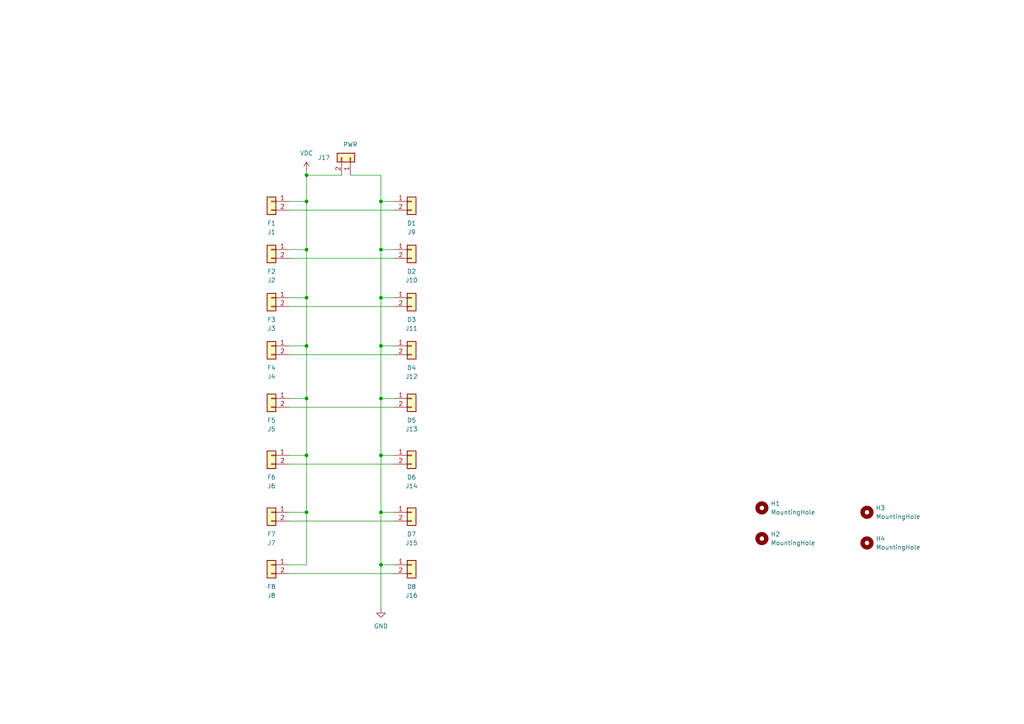
<source format=kicad_sch>
(kicad_sch (version 20230121) (generator eeschema)
  (paper "A4")
  (lib_symbols
    (symbol "Connector_Generic:Conn_01x02" (pin_names (offset 1.016) hide)
      (property "Reference" "J" (at 0 2.54 0))
      (property "Value" "Conn_01x02" (at 0 -5.08 0))
      (symbol "Conn_01x02_1_1"
        (rectangle (start -1.27 -2.413) (end 0 -2.667) (stroke (width 0.1524)))
        (rectangle (start -1.27 0.127) (end 0 -0.127) (stroke (width 0.1524)))
        (rectangle (start -1.27 1.27) (end 1.27 -3.81) (stroke (width 0.254)) (fill (type background)))
        (pin passive line (at -5.08 0 0) (length 3.81) (name "Pin_1") (number "1"))
        (pin passive line (at -5.08 -2.54 0) (length 3.81) (name "Pin_2") (number "2"))
      )
    )
    (symbol "Mechanical:MountingHole" (pin_names (offset 1.016))
      (property "Reference" "H" (at 0 5.08 0))
      (property "Value" "MountingHole" (at 0 3.175 0))
      (symbol "MountingHole_0_1"
        (circle (center 0 0) (radius 1.27) (stroke (width 1.27)))
      )
    )
    (symbol "power:GND" (power) (pin_names (offset 0))
      (property "Value" "GND" (at 0 -3.81 0))
      (symbol "GND_0_1"
        (polyline (pts (xy 0 0) (xy 0 -1.27) (xy 1.27 -1.27) (xy 0 -2.54) (xy -1.27 -1.27) (xy 0 -1.27)))
      )
      (symbol "GND_1_1"
        (pin power_in line (at 0 0 270) (length 0) hide (name "GND") (number "1"))
      )
    )
    (symbol "power:VDC" (power) (pin_names (offset 0))
      (property "Value" "VDC" (at 0 6.35 0))
      (symbol "VDC_0_1"
        (polyline (pts (xy -0.762 1.27) (xy 0 2.54)))
        (polyline (pts (xy 0 0) (xy 0 2.54)))
        (polyline (pts (xy 0 2.54) (xy 0.762 1.27)))
      )
      (symbol "VDC_1_1"
        (pin power_in line (at 0 0 90) (length 0) hide (name "VDC") (number "1"))
      )
    )
  )
  (junction (at 88.9 50.8))
  (junction (at 110.49 72.39))
  (junction (at 110.49 100.33))
  (junction (at 110.49 148.59))
  (junction (at 88.9 115.57))
  (junction (at 88.9 86.36))
  (junction (at 110.49 58.42))
  (junction (at 88.9 58.42))
  (junction (at 88.9 148.59))
  (junction (at 110.49 86.36))
  (junction (at 110.49 132.08))
  (junction (at 88.9 132.08))
  (junction (at 88.9 72.39))
  (junction (at 110.49 163.83))
  (junction (at 88.9 100.33))
  (junction (at 110.49 115.57))
  (wire (pts (xy 110.49 148.59) (xy 114.3 148.59)))
  (wire (pts (xy 110.49 58.42) (xy 110.49 72.39)))
  (wire (pts (xy 101.6 50.8) (xy 110.49 50.8)))
  (wire (pts (xy 110.49 163.83) (xy 114.3 163.83)))
  (wire (pts (xy 83.82 166.37) (xy 114.3 166.37)))
  (wire (pts (xy 110.49 86.36) (xy 110.49 100.33)))
  (wire (pts (xy 83.82 118.11) (xy 114.3 118.11)))
  (wire (pts (xy 88.9 72.39) (xy 88.9 86.36)))
  (wire (pts (xy 110.49 115.57) (xy 114.3 115.57)))
  (wire (pts (xy 83.82 148.59) (xy 88.9 148.59)))
  (wire (pts (xy 83.82 60.96) (xy 114.3 60.96)))
  (wire (pts (xy 83.82 72.39) (xy 88.9 72.39)))
  (wire (pts (xy 110.49 100.33) (xy 114.3 100.33)))
  (wire (pts (xy 88.9 100.33) (xy 88.9 115.57)))
  (wire (pts (xy 83.82 88.9) (xy 114.3 88.9)))
  (wire (pts (xy 110.49 72.39) (xy 110.49 86.36)))
  (wire (pts (xy 88.9 50.8) (xy 99.06 50.8)))
  (wire (pts (xy 88.9 86.36) (xy 88.9 100.33)))
  (wire (pts (xy 110.49 72.39) (xy 114.3 72.39)))
  (wire (pts (xy 83.82 102.87) (xy 114.3 102.87)))
  (wire (pts (xy 110.49 86.36) (xy 114.3 86.36)))
  (wire (pts (xy 83.82 115.57) (xy 88.9 115.57)))
  (wire (pts (xy 83.82 100.33) (xy 88.9 100.33)))
  (wire (pts (xy 88.9 148.59) (xy 88.9 163.83)))
  (wire (pts (xy 83.82 132.08) (xy 88.9 132.08)))
  (wire (pts (xy 83.82 86.36) (xy 88.9 86.36)))
  (wire (pts (xy 110.49 50.8) (xy 110.49 58.42)))
  (wire (pts (xy 110.49 100.33) (xy 110.49 115.57)))
  (wire (pts (xy 83.82 151.13) (xy 114.3 151.13)))
  (wire (pts (xy 83.82 134.62) (xy 114.3 134.62)))
  (wire (pts (xy 83.82 58.42) (xy 88.9 58.42)))
  (wire (pts (xy 110.49 115.57) (xy 110.49 132.08)))
  (wire (pts (xy 110.49 132.08) (xy 114.3 132.08)))
  (wire (pts (xy 88.9 115.57) (xy 88.9 132.08)))
  (wire (pts (xy 88.9 132.08) (xy 88.9 148.59)))
  (wire (pts (xy 88.9 50.8) (xy 88.9 58.42)))
  (wire (pts (xy 110.49 58.42) (xy 114.3 58.42)))
  (wire (pts (xy 83.82 163.83) (xy 88.9 163.83)))
  (wire (pts (xy 110.49 132.08) (xy 110.49 148.59)))
  (wire (pts (xy 88.9 49.53) (xy 88.9 50.8)))
  (wire (pts (xy 83.82 74.93) (xy 114.3 74.93)))
  (wire (pts (xy 110.49 148.59) (xy 110.49 163.83)))
  (wire (pts (xy 88.9 58.42) (xy 88.9 72.39)))
  (wire (pts (xy 110.49 163.83) (xy 110.49 176.53)))
  (symbol (lib_id "Connector_Generic:Conn_01x02") (at 78.74 132.08 0) (mirror y) (unit 1)
    (property "Reference" "J6" (at 78.74 140.97 0))
    (property "Value" "F6" (at 78.74 138.43 0))
    (property "Footprint" "GSI_footprints:Wago-250-202" (effects hide))
  )
  (symbol (lib_id "Connector_Generic:Conn_01x02") (at 119.38 115.57 0) (unit 1)
    (property "Reference" "J13" (at 119.38 124.46 0))
    (property "Value" "D5" (at 119.38 121.92 0))
    (property "Footprint" "GSI_footprints:Wago-250-202" (effects hide))
  )
  (symbol (lib_id "Connector_Generic:Conn_01x02") (at 119.38 132.08 0) (unit 1)
    (property "Reference" "J14" (at 119.38 140.97 0))
    (property "Value" "D6" (at 119.38 138.43 0))
    (property "Footprint" "GSI_footprints:Wago-250-202" (effects hide))
  )
  (symbol (lib_id "Connector_Generic:Conn_01x02") (at 78.74 100.33 0) (mirror y) (unit 1)
    (property "Reference" "J4" (at 78.74 109.22 0))
    (property "Value" "F4" (at 78.74 106.68 0))
    (property "Footprint" "GSI_footprints:Wago-250-202" (effects hide))
  )
  (symbol (lib_id "Connector_Generic:Conn_01x02") (at 101.6 45.72 270) (mirror x) (unit 1)
    (property "Reference" "J17" (at 93.98 45.72 90))
    (property "Value" "PWR" (at 101.6 41.91 90))
    (property "Footprint" "GSI_footprints:Wago-745-102" (effects hide))
    (property "Datasheet" "https://www.wago.com/global/pcb-terminal-blocks-and-pluggable-connectors/terminal-strip-with-jumper-slot/p/745-102" (effects hide))
  )
  (symbol (lib_id "Connector_Generic:Conn_01x02") (at 119.38 163.83 0) (unit 1)
    (property "Reference" "J16" (at 119.38 172.72 0))
    (property "Value" "D8" (at 119.38 170.18 0))
    (property "Footprint" "GSI_footprints:Wago-250-202" (effects hide))
  )
  (symbol (lib_id "Connector_Generic:Conn_01x02") (at 78.74 72.39 0) (mirror y) (unit 1)
    (property "Reference" "J2" (at 78.74 81.28 0))
    (property "Value" "F2" (at 78.74 78.74 0))
    (property "Footprint" "GSI_footprints:Wago-250-202" (effects hide))
  )
  (symbol (lib_id "Connector_Generic:Conn_01x02") (at 78.74 163.83 0) (mirror y) (unit 1)
    (property "Reference" "J8" (at 78.74 172.72 0))
    (property "Value" "F8" (at 78.74 170.18 0))
    (property "Footprint" "GSI_footprints:Wago-250-202" (effects hide))
  )
  (symbol (lib_id "Connector_Generic:Conn_01x02") (at 119.38 72.39 0) (unit 1)
    (property "Reference" "J10" (at 119.38 81.28 0))
    (property "Value" "D2" (at 119.38 78.74 0))
    (property "Footprint" "GSI_footprints:Wago-250-202" (effects hide))
  )
  (symbol (lib_id "power:VDC") (at 88.9 49.53 0) (unit 1)
    (property "Reference" "#PWR02" (effects hide))
    (property "Value" "VDC" (at 88.9 44.45 0))
  )
  (symbol (lib_id "Mechanical:MountingHole") (at 220.98 156.21 0) (unit 1)
    (property "Reference" "H2" (at 223.52 154.94 0) (effects (justify left)))
    (property "Value" "MountingHole" (at 223.52 157.48 0) (effects (justify left)))
    (property "Footprint" "MountingHole:MountingHole_3.2mm_M3" (effects hide))
  )
  (symbol (lib_id "Mechanical:MountingHole") (at 251.46 157.48 0) (unit 1)
    (property "Reference" "H4" (at 254 156.21 0) (effects (justify left)))
    (property "Value" "MountingHole" (at 254 158.75 0) (effects (justify left)))
    (property "Footprint" "MountingHole:MountingHole_3.2mm_M3" (effects hide))
  )
  (symbol (lib_id "Connector_Generic:Conn_01x02") (at 78.74 86.36 0) (mirror y) (unit 1)
    (property "Reference" "J3" (at 78.74 95.25 0))
    (property "Value" "F3" (at 78.74 92.71 0))
    (property "Footprint" "GSI_footprints:Wago-250-202" (effects hide))
  )
  (symbol (lib_id "Connector_Generic:Conn_01x02") (at 119.38 58.42 0) (unit 1)
    (property "Reference" "J9" (at 119.38 67.31 0))
    (property "Value" "D1" (at 119.38 64.77 0))
    (property "Footprint" "GSI_footprints:Wago-250-202" (effects hide))
  )
  (symbol (lib_id "Mechanical:MountingHole") (at 251.46 148.59 0) (unit 1)
    (property "Reference" "H3" (at 254 147.32 0) (effects (justify left)))
    (property "Value" "MountingHole" (at 254 149.86 0) (effects (justify left)))
    (property "Footprint" "MountingHole:MountingHole_3.2mm_M3" (effects hide))
  )
  (symbol (lib_id "Mechanical:MountingHole") (at 220.98 147.32 0) (unit 1)
    (property "Reference" "H1" (at 223.52 146.05 0) (effects (justify left)))
    (property "Value" "MountingHole" (at 223.52 148.59 0) (effects (justify left)))
    (property "Footprint" "MountingHole:MountingHole_3.2mm_M3" (effects hide))
  )
  (symbol (lib_id "power:GND") (at 110.49 176.53 0) (unit 1)
    (property "Reference" "#PWR01" (effects hide))
    (property "Value" "GND" (at 110.49 181.61 0))
  )
  (symbol (lib_id "Connector_Generic:Conn_01x02") (at 78.74 148.59 0) (mirror y) (unit 1)
    (property "Reference" "J7" (at 78.74 157.48 0))
    (property "Value" "F7" (at 78.74 154.94 0))
    (property "Footprint" "GSI_footprints:Wago-250-202" (effects hide))
  )
  (symbol (lib_id "Connector_Generic:Conn_01x02") (at 119.38 86.36 0) (unit 1)
    (property "Reference" "J11" (at 119.38 95.25 0))
    (property "Value" "D3" (at 119.38 92.71 0))
    (property "Footprint" "GSI_footprints:Wago-250-202" (effects hide))
  )
  (symbol (lib_id "Connector_Generic:Conn_01x02") (at 119.38 148.59 0) (unit 1)
    (property "Reference" "J15" (at 119.38 157.48 0))
    (property "Value" "D7" (at 119.38 154.94 0))
    (property "Footprint" "GSI_footprints:Wago-250-202" (effects hide))
  )
  (symbol (lib_id "Connector_Generic:Conn_01x02") (at 78.74 115.57 0) (mirror y) (unit 1)
    (property "Reference" "J5" (at 78.74 124.46 0))
    (property "Value" "F5" (at 78.74 121.92 0))
    (property "Footprint" "GSI_footprints:Wago-250-202" (effects hide))
  )
  (symbol (lib_id "Connector_Generic:Conn_01x02") (at 119.38 100.33 0) (unit 1)
    (property "Reference" "J12" (at 119.38 109.22 0))
    (property "Value" "D4" (at 119.38 106.68 0))
    (property "Footprint" "GSI_footprints:Wago-250-202" (effects hide))
  )
  (symbol (lib_id "Connector_Generic:Conn_01x02") (at 78.74 58.42 0) (mirror y) (unit 1)
    (property "Reference" "J1" (at 78.74 67.31 0))
    (property "Value" "F1" (at 78.74 64.77 0))
    (property "Footprint" "GSI_footprints:Wago-250-202" (effects hide))
  )
)
</source>
